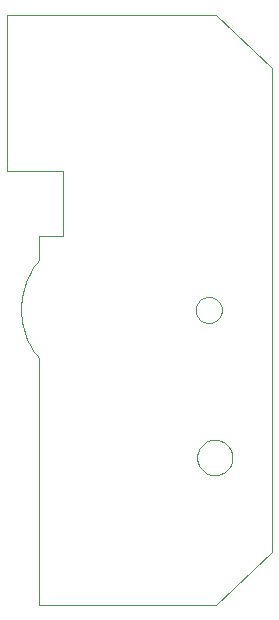
<source format=gko>
G75*
G70*
%OFA0B0*%
%FSLAX24Y24*%
%IPPOS*%
%LPD*%
%AMOC8*
5,1,8,0,0,1.08239X$1,22.5*
%
%ADD10C,0.0000*%
D10*
X001632Y000181D02*
X001632Y008410D01*
X001633Y008410D02*
X001557Y008506D01*
X001486Y008606D01*
X001419Y008708D01*
X001358Y008814D01*
X001302Y008922D01*
X001251Y009034D01*
X001205Y009147D01*
X001165Y009262D01*
X001131Y009380D01*
X001102Y009498D01*
X001079Y009618D01*
X001061Y009739D01*
X001050Y009861D01*
X001044Y009983D01*
X001044Y010105D01*
X001050Y010227D01*
X001061Y010349D01*
X001079Y010470D01*
X001102Y010590D01*
X001131Y010708D01*
X001165Y010826D01*
X001205Y010941D01*
X001251Y011054D01*
X001302Y011166D01*
X001358Y011274D01*
X001419Y011380D01*
X001486Y011482D01*
X001557Y011582D01*
X001633Y011678D01*
X001632Y011677D02*
X001632Y012504D01*
X002431Y012504D01*
X002431Y014670D01*
X000561Y014670D01*
X000561Y019866D01*
X007550Y019866D01*
X009420Y018095D01*
X009420Y001953D01*
X007550Y000181D01*
X001632Y000181D01*
X006907Y005103D02*
X006909Y005151D01*
X006915Y005199D01*
X006925Y005246D01*
X006938Y005292D01*
X006956Y005337D01*
X006976Y005381D01*
X007001Y005423D01*
X007029Y005462D01*
X007059Y005499D01*
X007093Y005533D01*
X007130Y005565D01*
X007168Y005594D01*
X007209Y005619D01*
X007252Y005641D01*
X007297Y005659D01*
X007343Y005673D01*
X007390Y005684D01*
X007438Y005691D01*
X007486Y005694D01*
X007534Y005693D01*
X007582Y005688D01*
X007630Y005679D01*
X007676Y005667D01*
X007721Y005650D01*
X007765Y005630D01*
X007807Y005607D01*
X007847Y005580D01*
X007885Y005550D01*
X007920Y005517D01*
X007952Y005481D01*
X007982Y005443D01*
X008008Y005402D01*
X008030Y005359D01*
X008050Y005315D01*
X008065Y005270D01*
X008077Y005223D01*
X008085Y005175D01*
X008089Y005127D01*
X008089Y005079D01*
X008085Y005031D01*
X008077Y004983D01*
X008065Y004936D01*
X008050Y004891D01*
X008030Y004847D01*
X008008Y004804D01*
X007982Y004763D01*
X007952Y004725D01*
X007920Y004689D01*
X007885Y004656D01*
X007847Y004626D01*
X007807Y004599D01*
X007765Y004576D01*
X007721Y004556D01*
X007676Y004539D01*
X007630Y004527D01*
X007582Y004518D01*
X007534Y004513D01*
X007486Y004512D01*
X007438Y004515D01*
X007390Y004522D01*
X007343Y004533D01*
X007297Y004547D01*
X007252Y004565D01*
X007209Y004587D01*
X007168Y004612D01*
X007130Y004641D01*
X007093Y004673D01*
X007059Y004707D01*
X007029Y004744D01*
X007001Y004783D01*
X006976Y004825D01*
X006956Y004869D01*
X006938Y004914D01*
X006925Y004960D01*
X006915Y005007D01*
X006909Y005055D01*
X006907Y005103D01*
X006865Y010024D02*
X006867Y010065D01*
X006873Y010106D01*
X006883Y010146D01*
X006896Y010185D01*
X006913Y010222D01*
X006934Y010258D01*
X006958Y010292D01*
X006985Y010323D01*
X007014Y010351D01*
X007047Y010377D01*
X007081Y010399D01*
X007118Y010418D01*
X007156Y010433D01*
X007196Y010445D01*
X007236Y010453D01*
X007277Y010457D01*
X007319Y010457D01*
X007360Y010453D01*
X007400Y010445D01*
X007440Y010433D01*
X007478Y010418D01*
X007514Y010399D01*
X007549Y010377D01*
X007582Y010351D01*
X007611Y010323D01*
X007638Y010292D01*
X007662Y010258D01*
X007683Y010222D01*
X007700Y010185D01*
X007713Y010146D01*
X007723Y010106D01*
X007729Y010065D01*
X007731Y010024D01*
X007729Y009983D01*
X007723Y009942D01*
X007713Y009902D01*
X007700Y009863D01*
X007683Y009826D01*
X007662Y009790D01*
X007638Y009756D01*
X007611Y009725D01*
X007582Y009697D01*
X007549Y009671D01*
X007515Y009649D01*
X007478Y009630D01*
X007440Y009615D01*
X007400Y009603D01*
X007360Y009595D01*
X007319Y009591D01*
X007277Y009591D01*
X007236Y009595D01*
X007196Y009603D01*
X007156Y009615D01*
X007118Y009630D01*
X007082Y009649D01*
X007047Y009671D01*
X007014Y009697D01*
X006985Y009725D01*
X006958Y009756D01*
X006934Y009790D01*
X006913Y009826D01*
X006896Y009863D01*
X006883Y009902D01*
X006873Y009942D01*
X006867Y009983D01*
X006865Y010024D01*
M02*

</source>
